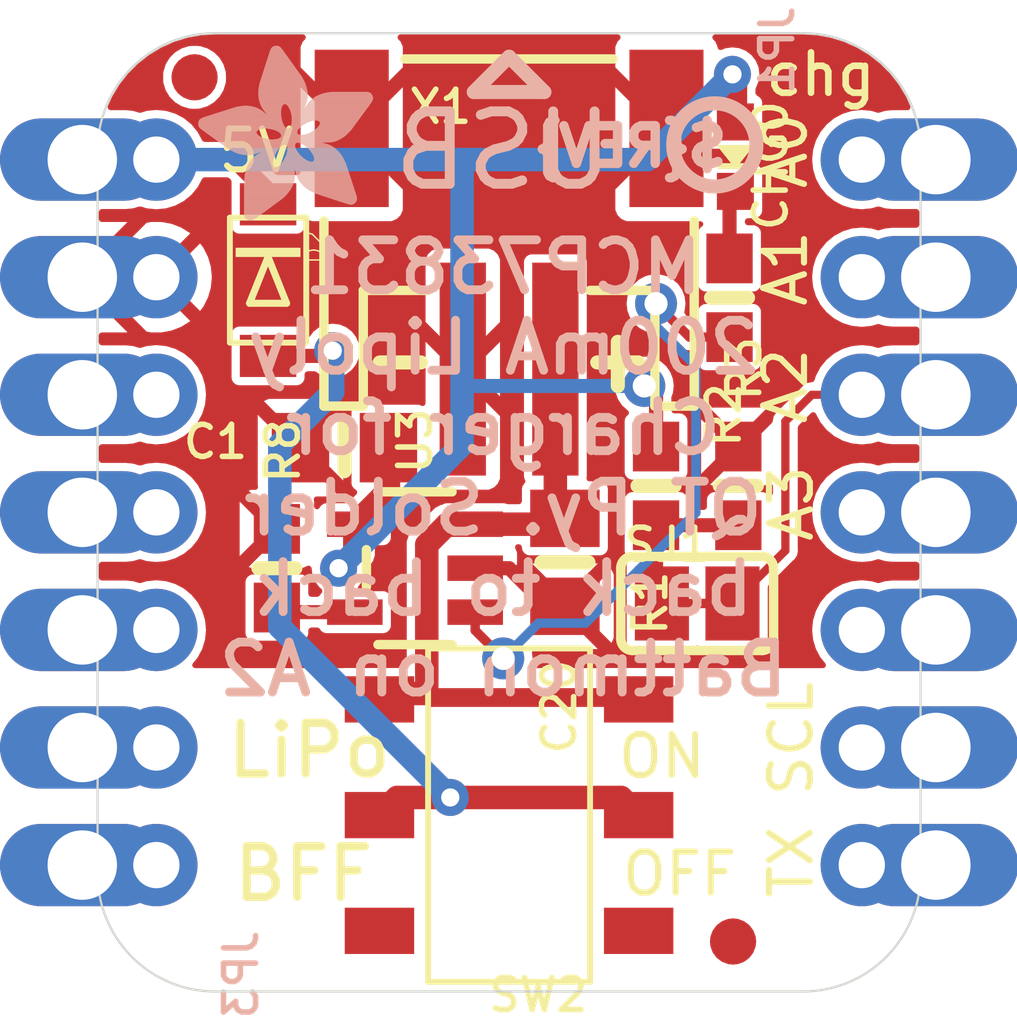
<source format=kicad_pcb>
(kicad_pcb (version 20221018) (generator pcbnew)
  (layers (0 "F.Cu" signal) (1 "In1.Cu" signal) (2 "In2.Cu" signal) (3 "In3.Cu" signal) (4 "In4.Cu" signal) (5 "In5.Cu" signal) (6 "In6.Cu" signal) (7 "In7.Cu" signal) (8 "In8.Cu" signal) (9 "In9.Cu" signal) (10 "In10.Cu" signal) (11 "In11.Cu" signal) (12 "In12.Cu" signal) (13 "In13.Cu" signal) (14 "In14.Cu" signal) (31 "B.Cu" signal) (34 "B.Paste" user) (35 "F.Paste" user) (36 "B.SilkS" user "B.Silkscreen") (37 "F.SilkS" user "F.Silkscreen") (38 "B.Mask" user) (39 "F.Mask" user) (44 "Edge.Cuts" user))
  (net 0 "")
  (net 1 "GND")
  (net 2 "+5V")
  (net 3 "VBAT")
  (net 4 "N$2")
  (net 5 "N$3")
  (net 6 "N$4")
  (net 7 "N$7")
  (net 8 "N$1")
  (net 9 "A2")
  (footprint "working:0603-NO" (layer "F.Cu") (at 153.2636 100.3681 -90)
    (fp_text reference "R2" (at 1.778 0.127 90) (layer "F.SilkS") (effects (font (size 0.692831 0.692831) (thickness 0.119969)) (justify right)))
    (fp_text value "5.1K")
    (pad "1" smd rect (at -0.85 0 270) (size 1.075 1) (layers "F.Cu" "F.Paste" "F.Mask") (net 4 "N$2"))
    (pad "2" smd rect (at 0.85 0 270) (size 1.075 1) (layers "F.Cu" "F.Paste" "F.Mask") (net 5 "N$3"))
  )
  (footprint "working:0603-NO" (layer "F.Cu") (at 151.6761 104.4321 -90)
    (fp_text reference "R1" (at 1.778 0.127 90) (layer "F.SilkS") (effects (font (size 0.692831 0.692831) (thickness 0.119969)) (justify right)))
    (fp_text value "100K")
    (pad "1" smd rect (at -0.85 0 270) (size 1.075 1) (layers "F.Cu" "F.Paste" "F.Mask") (net 2 "+5V"))
    (pad "2" smd rect (at 0.85 0 270) (size 1.075 1) (layers "F.Cu" "F.Paste" "F.Mask") (net 8 "N$1"))
  )
  (footprint "working:CHIPLED_0603_NOOUTLINE" (layer "F.Cu") (at 153.3906 97.3201 180)
    (fp_text reference "CHG0" (at -0.762 1.27 90) (layer "F.SilkS") (effects (font (size 0.692831 0.692831) (thickness 0.119969)) (justify right)))
    (fp_text value "ORANGE")
    (pad "A" smd rect (at 0 0.75 180) (size 0.8 0.8) (layers "F.Cu" "F.Paste" "F.Mask") (net 2 "+5V"))
    (pad "C" smd rect (at 0 -0.75 180) (size 0.8 0.8) (layers "F.Cu" "F.Paste" "F.Mask") (net 4 "N$2"))
  )
  (footprint "working:FIDUCIAL_1MM" (layer "F.Cu") (at 141.7066 95.6056)
    (fp_text reference "U$8" hide)
    (fp_text value "FIDUCIAL_1MM" hide)
    (pad "1" smd roundrect (at 0 0) (size 1 1) (layers "F.Cu" "F.Mask") (roundrect_rratio 0.5))
  )
  (footprint "working:JSTPH2_BATT" (layer "F.Cu") (at 148.5011 98.2091)
    (fp_text reference "X1" (at -2.2225 -1.9685) (layer "F.SilkS") (effects (font (size 0.692831 0.692831) (thickness 0.119969)) (justify left)))
    (fp_text value "JSTPH")
    (pad "1" smd rect (at -1 3.7) (size 1 4.6) (layers "F.Cu" "F.Paste" "F.Mask") (net 1 "GND"))
    (pad "2" smd rect (at 1 3.7) (size 1 4.6) (layers "F.Cu" "F.Paste" "F.Mask") (net 3 "VBAT"))
    (pad "NC1" smd rect (at -3.4 -1.5 90) (size 3.4 1.6) (layers "F.Cu" "F.Paste" "F.Mask") (net 1 "GND"))
    (pad "NC2" smd rect (at 3.4 -1.5 90) (size 3.4 1.6) (layers "F.Cu" "F.Paste" "F.Mask") (net 1 "GND"))
  )
  (footprint "working:0805-NO" (layer "F.Cu") (at 149.7076 106.0831 -90)
    (fp_text reference "C20" (at 2.032 0.127 90) (layer "F.SilkS") (effects (font (size 0.692831 0.692831) (thickness 0.119969)) (justify right)))
    (fp_text value "10µF")
    (pad "1" smd rect (at -0.95 0 270) (size 1.24 1.5) (layers "F.Cu" "F.Paste" "F.Mask") (net 3 "VBAT"))
    (pad "2" smd rect (at 0.95 0 270) (size 1.24 1.5) (layers "F.Cu" "F.Paste" "F.Mask") (net 1 "GND"))
  )
  (footprint "working:EG1390" (layer "F.Cu") (at 148.5011 111.5441 90)
    (fp_text reference "SW2" (at -3.886 1.764) (layer "F.SilkS") (effects (font (size 0.692831 0.692831) (thickness 0.119969)) (justify right)))
    (fp_text value "")
    (pad "" np_thru_hole circle (at -1.5 0 90) (size 1 1) (drill 1) (layers "*.Cu" "*.Mask"))
    (pad "" np_thru_hole circle (at 1.5 0 90) (size 1 1) (drill 1) (layers "*.Cu" "*.Mask"))
    (pad "O1" smd rect (at -2.5 -2.8 90) (size 1 1.5) (layers "F.Cu" "F.Paste" "F.Mask"))
    (pad "O2" smd rect (at -2.5 2.8 90) (size 1 1.5) (layers "F.Cu" "F.Paste" "F.Mask"))
    (pad "P1" smd rect (at 0 -2.8 90) (size 1 1.5) (layers "F.Cu" "F.Paste" "F.Mask") (net 7 "N$7"))
    (pad "P2" smd rect (at 0 2.8 90) (size 1 1.5) (layers "F.Cu" "F.Paste" "F.Mask") (net 7 "N$7"))
    (pad "S1" smd rect (at 2.5 -2.8 90) (size 1 1.5) (layers "F.Cu" "F.Paste" "F.Mask") (net 3 "VBAT"))
    (pad "S2" smd rect (at 2.5 2.8 90) (size 1 1.5) (layers "F.Cu" "F.Paste" "F.Mask") (net 3 "VBAT"))
  )
  (footprint "working:SOT23-5" (layer "F.Cu") (at 146.4691 106.2101 90)
    (fp_text reference "U3" (at 1.978 0 90) (layer "F.SilkS") (effects (font (size 0.692831 0.692831) (thickness 0.119969)) (justify left)))
    (fp_text value "MCP73831T-2ACI/OT")
    (pad "1" smd rect (at -0.95 1.3001 90) (size 0.55 1.2) (layers "F.Cu" "F.Paste" "F.Mask") (net 5 "N$3"))
    (pad "2" smd rect (at 0 1.3001 90) (size 0.55 1.2) (layers "F.Cu" "F.Paste" "F.Mask") (net 1 "GND"))
    (pad "3" smd rect (at 0.95 1.3001 90) (size 0.55 1.2) (layers "F.Cu" "F.Paste" "F.Mask") (net 3 "VBAT"))
    (pad "4" smd rect (at 0.95 -1.3001 90) (size 0.55 1.2) (layers "F.Cu" "F.Paste" "F.Mask") (net 2 "+5V"))
    (pad "5" smd rect (at -0.95 -1.3001 90) (size 0.55 1.2) (layers "F.Cu" "F.Paste" "F.Mask") (net 6 "N$4"))
  )
  (footprint "working:0603-NO" (layer "F.Cu") (at 153.4541 104.4321 90)
    (fp_text reference "R3" (at 1.778 0.127 90) (layer "F.SilkS") (effects (font (size 0.692831 0.692831) (thickness 0.119969)) (justify left)))
    (fp_text value "100K")
    (pad "1" smd rect (at -0.85 0 90) (size 1.075 1) (layers "F.Cu" "F.Paste" "F.Mask") (net 8 "N$1"))
    (pad "2" smd rect (at 0.85 0 90) (size 1.075 1) (layers "F.Cu" "F.Paste" "F.Mask") (net 1 "GND"))
  )
  (footprint "working:SOD-123FL" (layer "F.Cu") (at 143.2941 99.9871 -90)
    (fp_text reference "D2" (at -1.1 -1 90) (layer "F.SilkS") (effects (font (size 0.376489 0.376489) (thickness 0.029911)) (justify right)))
    (fp_text value "MBR120")
    (pad "A" smd rect (at 1.6375 0 270) (size 0.91 1.22) (layers "F.Cu" "F.Paste" "F.Mask") (net 7 "N$7"))
    (pad "C" smd rect (at -1.6375 0 270) (size 0.91 1.22) (layers "F.Cu" "F.Paste" "F.Mask") (net 2 "+5V"))
  )
  (footprint "working:0603-NO" (layer "F.Cu") (at 143.4846 106.2101 90)
    (fp_text reference "R8" (at 1.778 0.127 90) (layer "F.SilkS") (effects (font (size 0.692831 0.692831) (thickness 0.119969)) (justify left)))
    (fp_text value "5.1K")
    (pad "1" smd rect (at -0.85 0 90) (size 1.075 1) (layers "F.Cu" "F.Paste" "F.Mask") (net 6 "N$4"))
    (pad "2" smd rect (at 0.85 0 90) (size 1.075 1) (layers "F.Cu" "F.Paste" "F.Mask") (net 1 "GND"))
  )
  (footprint "working:0805-NO" (layer "F.Cu") (at 144.9451 103.6066 180)
    (fp_text reference "C1" (at 2.032 0.127) (layer "F.SilkS") (effects (font (size 0.692831 0.692831) (thickness 0.119969)) (justify right)))
    (fp_text value "10µF")
    (pad "1" smd rect (at -0.95 0 180) (size 1.24 1.5) (layers "F.Cu" "F.Paste" "F.Mask") (net 2 "+5V"))
    (pad "2" smd rect (at 0.95 0 180) (size 1.24 1.5) (layers "F.Cu" "F.Paste" "F.Mask") (net 1 "GND"))
  )
  (footprint "working:SOLDERJUMPER_CLOSEDWIRE" (layer "F.Cu") (at 152.5651 106.9721)
    (fp_text reference "SJ1" (at -1.651 -1.27) (layer "F.SilkS") (effects (font (size 0.692831 0.692831) (thickness 0.119969)) (justify left)))
    (fp_text value "")
    (pad "1" smd rect (at -0.762 0) (size 1.1684 1.6002) (layers "F.Cu") (net 8 "N$1"))
    (pad "2" smd rect (at 0.762 0) (size 1.1684 1.6002) (layers "F.Cu") (net 9 "A2"))
    (pad "WIRE" smd rect (at 0 0 180) (size 0.635 0.2032) (layers "F.Cu"))
  )
  (footprint "working:FIDUCIAL_1MM" (layer "F.Cu") (at 153.3398 114.2746)
    (fp_text reference "U$6" hide)
    (fp_text value "FIDUCIAL_1MM" hide)
    (pad "1" smd roundrect (at 0 0) (size 1 1) (layers "F.Cu" "F.Mask") (roundrect_rratio 0.5))
  )
  (footprint "working:PCBFEAT-REV-040" (layer "B.Cu") (at 152.9461 97.0661 180)
    (fp_text reference "U$3" hide)
    (fp_text value "" hide)
    (fp_text user "${REV}" (at -0.3556 -0.508) (layer "B.SilkS") (effects (font (size 0.8128 0.8128) (thickness 0.2032)) (justify left bottom mirror)))
  )
  (footprint "working:ADAFRUIT_3.5MM" (layer "B.Cu") (at 145.5801 98.7171 180)
    (fp_text reference "U$2" hide)
    (fp_text value "" hide)
  )
  (footprint "working:1X07_CASTEL" (layer "B.Cu") (at 156.1211 105.0036 -90)
    (fp_text reference "JP1" (at -8.9662 1.8288 -270) (layer "B.SilkS") (effects (font (size 0.692831 0.692831) (thickness 0.119969)) (justify right mirror)))
    (fp_text value "")
    (pad "1" thru_hole circle (at -7.62 0 180) (size 1.778 1.778) (drill 1) (layers "*.Cu" "*.Mask"))
    (pad "1C" thru_hole oval (at -7.62 -1.6 180) (size 3.556 1.778) (drill 1.5) (layers "*.Cu" "*.Mask"))
    (pad "2" thru_hole circle (at -5.08 0 180) (size 1.778 1.778) (drill 1) (layers "*.Cu" "*.Mask"))
    (pad "2C" thru_hole oval (at -5.08 -1.6 180) (size 3.556 1.778) (drill 1.5) (layers "*.Cu" "*.Mask"))
    (pad "3" thru_hole circle (at -2.54 0 180) (size 1.778 1.778) (drill 1) (layers "*.Cu" "*.Mask") (net 9 "A2"))
    (pad "3C" thru_hole oval (at -2.54 -1.6 180) (size 3.556 1.778) (drill 1.5) (layers "*.Cu" "*.Mask") (net 9 "A2"))
    (pad "4" thru_hole circle (at 0 0 180) (size 1.778 1.778) (drill 1) (layers "*.Cu" "*.Mask"))
    (pad "4C" thru_hole oval (at 0 -1.6 180) (size 3.556 1.778) (drill 1.5) (layers "*.Cu" "*.Mask"))
    (pad "5" thru_hole circle (at 2.54 0 180) (size 1.778 1.778) (drill 1) (layers "*.Cu" "*.Mask"))
    (pad "5C" thru_hole oval (at 2.54 -1.6 180) (size 3.556 1.778) (drill 1.5) (layers "*.Cu" "*.Mask"))
    (pad "6" thru_hole circle (at 5.08 0 180) (size 1.778 1.778) (drill 1) (layers "*.Cu" "*.Mask"))
    (pad "6C" thru_hole oval (at 5.08 -1.6 180) (size 3.556 1.778) (drill 1.5) (layers "*.Cu" "*.Mask"))
    (pad "7" thru_hole circle (at 7.62 0 180) (size 1.778 1.778) (drill 1) (layers "*.Cu" "*.Mask"))
    (pad "7C" thru_hole oval (at 7.62 -1.6 180) (size 3.556 1.778) (drill 1.5) (layers "*.Cu" "*.Mask"))
  )
  (footprint "working:1X07_CASTEL" (layer "B.Cu") (at 140.8811 105.0036 90)
    (fp_text reference "JP3" (at -8.9662 1.8288 90) (layer "B.SilkS") (effects (font (size 0.692831 0.692831) (thickness 0.119969)) (justify left mirror)))
    (fp_text value "")
    (pad "1" thru_hole circle (at -7.62 0) (size 1.778 1.778) (drill 1) (layers "*.Cu" "*.Mask"))
    (pad "1C" thru_hole oval (at -7.62 -1.6) (size 3.556 1.778) (drill 1.5) (layers "*.Cu" "*.Mask"))
    (pad "2" thru_hole circle (at -5.08 0) (size 1.778 1.778) (drill 1) (layers "*.Cu" "*.Mask"))
    (pad "2C" thru_hole oval (at -5.08 -1.6) (size 3.556 1.778) (drill 1.5) (layers "*.Cu" "*.Mask"))
    (pad "3" thru_hole circle (at -2.54 0) (size 1.778 1.778) (drill 1) (layers "*.Cu" "*.Mask"))
    (pad "3C" thru_hole oval (at -2.54 -1.6) (size 3.556 1.778) (drill 1.5) (layers "*.Cu" "*.Mask"))
    (pad "4" thru_hole circle (at 0 0) (size 1.778 1.778) (drill 1) (layers "*.Cu" "*.Mask"))
    (pad "4C" thru_hole oval (at 0 -1.6) (size 3.556 1.778) (drill 1.5) (layers "*.Cu" "*.Mask"))
    (pad "5" thru_hole circle (at 2.54 0) (size 1.778 1.778) (drill 1) (layers "*.Cu" "*.Mask"))
    (pad "5C" thru_hole oval (at 2.54 -1.6) (size 3.556 1.778) (drill 1.5) (layers "*.Cu" "*.Mask"))
    (pad "6" thru_hole circle (at 5.08 0) (size 1.778 1.778) (drill 1) (layers "*.Cu" "*.Mask") (net 1 "GND"))
    (pad "6C" thru_hole oval (at 5.08 -1.6) (size 3.556 1.778) (drill 1.5) (layers "*.Cu" "*.Mask") (net 1 "GND"))
    (pad "7" thru_hole circle (at 7.62 0) (size 1.778 1.778) (drill 1) (layers "*.Cu" "*.Mask") (net 2 "+5V"))
    (pad "7C" thru_hole oval (at 7.62 -1.6) (size 3.556 1.778) (drill 1.5) (layers "*.Cu" "*.Mask") (net 2 "+5V"))
  )
  (gr_line (start 148.5011 95.1611) (end 149.2631 95.9231) (stroke (width 0.3048)) (layer "B.SilkS"))
  (gr_line (start 149.2631 95.9231) (end 147.7391 95.9231) (stroke (width 0.3048)) (layer "B.SilkS"))
  (gr_line (start 147.7391 95.9231) (end 148.5011 95.1611) (stroke (width 0.3048)) (layer "B.SilkS"))
  (gr_line (start 142.1511 94.6531) (end 154.8511 94.6531) (stroke (width 0.05)) (layer "Edge.Cuts"))
  (gr_arc (start 154.8511 94.6531) (mid 156.647151 95.397049) (end 157.3911 97.1931) (stroke (width 0.05)) (layer "Edge.Cuts"))
  (gr_line (start 154.8511 115.3541) (end 142.1511 115.3541) (stroke (width 0.05)) (layer "Edge.Cuts"))
  (gr_line (start 139.6111 112.8141) (end 139.6111 97.1931) (stroke (width 0.05)) (layer "Edge.Cuts"))
  (gr_line (start 157.3911 97.1931) (end 157.3911 112.8141) (stroke (width 0.05)) (layer "Edge.Cuts"))
  (gr_arc (start 139.6111 97.1931) (mid 140.355049 95.397049) (end 142.1511 94.6531) (stroke (width 0.05)) (layer "Edge.Cuts"))
  (gr_arc (start 142.1511 115.3541) (mid 140.355049 114.610151) (end 139.6111 112.8141) (stroke (width 0.05)) (layer "Edge.Cuts"))
  (gr_arc (start 157.3911 112.8141) (mid 156.647151 114.610151) (end 154.8511 115.3541) (stroke (width 0.05)) (layer "Edge.Cuts"))
  (gr_text "MCP73831\n200mA Lipoly\nCharger for\nQT Py. Solder\nback to back\nBattmon on A2" (at 148.3741 104.0511) (layer "B.SilkS") (effects (font (size 1.0795 1.0795) (thickness 0.1905)) (justify mirror)))
  (gr_text "USB" (at 148.3741 97.1931) (layer "B.SilkS") (effects (font (size 1.56464 1.56464) (thickness 0.21336)) (justify mirror)))
  (gr_text "5V" (at 143.0401 97.1931) (layer "F.SilkS") (effects (font (size 0.88392 0.88392) (thickness 0.13208))))
  (gr_text "BFF" (at 144.0561 112.8141) (layer "F.SilkS") (effects (font (size 1.0922 1.0922) (thickness 0.1778))))
  (gr_text "A3" (at 154.5971 104.8131 90) (layer "F.SilkS") (effects (font (size 0.88392 0.88392) (thickness 0.13208))))
  (gr_text "SCL" (at 154.5971 109.8931 90) (layer "F.SilkS") (effects (font (size 0.88392 0.88392) (thickness 0.13208))))
  (gr_text "A2" (at 154.4701 102.2731 90) (layer "F.SilkS") (effects (font (size 0.88392 0.88392) (thickness 0.13208))))
  (gr_text "OFF" (at 152.1841 112.8141) (layer "F.SilkS") (effects (font (size 0.88392 0.88392) (thickness 0.13208))))
  (gr_text "A1" (at 154.4701 99.7331 90) (layer "F.SilkS") (effects (font (size 0.88392 0.88392) (thickness 0.13208))))
  (gr_text "LiPo" (at 144.1831 110.1471) (layer "F.SilkS") (effects (font (size 1.0922 1.0922) (thickness 0.1778))))
  (gr_text "chg" (at 155.2321 95.5421) (layer "F.SilkS") (effects (font (size 0.87376 0.87376) (thickness 0.14224))))
  (gr_text "A0" (at 154.4701 97.1931 90) (layer "F.SilkS") (effects (font (size 0.88392 0.88392) (thickness 0.13208))))
  (gr_text "TX" (at 154.5971 112.5601 90) (layer "F.SilkS") (effects (font (size 0.88392 0.88392) (thickness 0.13208))))
  (gr_text "ON" (at 151.8031 110.2741) (layer "F.SilkS") (effects (font (size 0.88392 0.88392) (thickness 0.13208))))
  (segment (start 151.9011 96.7091) (end 152.008625 96.7091) (width 0.3048) (layer "F.Cu") (net 1))
  (segment (start 147.7692 106.2101) (end 148.5011 106.2101) (width 0.3048) (layer "F.Cu") (net 1))
  (segment (start 149.3241 107.0331) (end 149.7076 107.0331) (width 0.3048) (layer "F.Cu") (net 1))
  (segment (start 139.2811 99.9236) (end 140.8811 99.9236) (width 0.4064) (layer "F.Cu") (net 1))
  (segment (start 152.599825 97.3003) (end 154.3431 97.3003) (width 0.3048) (layer "F.Cu") (net 1))
  (segment (start 152.008625 96.7091) (end 152.599825 97.3003) (width 0.3048) (layer "F.Cu") (net 1))
  (segment (start 148.5011 106.2101) (end 149.3241 107.0331) (width 0.3048) (layer "F.Cu") (net 1))
  (segment (start 140.8811 97.3836) (end 142.5956 97.3836) (width 0.4064) (layer "F.Cu") (net 2))
  (segment (start 144.8181 106.2101) (end 145.169 105.8592) (width 0.508) (layer "F.Cu") (net 2))
  (segment (start 151.4221 102.2731) (end 151.5101 102.2731) (width 0.3048) (layer "F.Cu") (net 2))
  (segment (start 145.169 105.2601) (end 145.169 105.8592) (width 0.508) (layer "F.Cu") (net 2))
  (segment (start 143.2941 98.0821) (end 143.2941 98.3496) (width 0.4064) (layer "F.Cu") (net 2))
  (segment (start 151.6761 102.4391) (end 151.5101 102.2731) (width 0.3048) (layer "F.Cu") (net 2))
  (segment (start 151.6761 103.5821) (end 151.6761 102.4391) (width 0.3048) (layer "F.Cu") (net 2))
  (segment (start 153.3906 96.5701) (end 153.3906 95.6056) (width 0.508) (layer "F.Cu") (net 2))
  (segment (start 139.2811 97.3836) (end 140.8811 97.3836) (width 0.4064) (layer "F.Cu") (net 2))
  (segment (start 145.8951 103.6066) (end 145.8951 104.534) (width 0.508) (layer "F.Cu") (net 2))
  (segment (start 145.169 105.2601) (end 145.8951 104.534) (width 0.508) (layer "F.Cu") (net 2))
  (segment (start 142.5956 97.3836) (end 143.2941 98.0821) (width 0.4064) (layer "F.Cu") (net 2))
  (segment (start 153.3271 95.5421) (end 153.3906 95.6056) (width 0.508) (layer "F.Cu") (net 2))
  (via (at 144.8181 106.2101) (size 0.8001) (drill 0.3937) (layers "F.Cu" "B.Cu") (net 2))
  (via (at 153.3271 95.5421) (size 0.8001) (drill 0.3937) (layers "F.Cu" "B.Cu") (net 2))
  (via (at 151.4221 102.2731) (size 0.9064) (drill 0.5) (layers "F.Cu" "B.Cu") (net 2))
  (segment (start 147.4851 102.2731) (end 147.4851 97.5106) (width 0.508) (layer "B.Cu") (net 2))
  (segment (start 147.4851 103.5431) (end 147.4851 102.2731) (width 0.508) (layer "B.Cu") (net 2))
  (segment (start 151.4856 97.3836) (end 147.6121 97.3836) (width 0.508) (layer "B.Cu") (net 2))
  (segment (start 144.8181 106.2101) (end 147.4851 103.5431) (width 0.508) (layer "B.Cu") (net 2))
  (segment (start 147.4851 97.5106) (end 147.6121 97.3836) (width 0.3048) (layer "B.Cu") (net 2))
  (segment (start 140.8811 97.3836) (end 147.6121 97.3836) (width 0.508) (layer "B.Cu") (net 2))
  (segment (start 151.4221 102.2731) (end 147.4851 102.2731) (width 0.3048) (layer "B.Cu") (net 2))
  (segment (start 151.4856 97.3836) (end 153.3271 95.5421) (width 0.508) (layer "B.Cu") (net 2))
  (segment (start 146.3421 108.9171) (end 146.2151 108.9171) (width 0.508) (layer "F.Cu") (net 3))
  (segment (start 146.7231 108.9171) (end 146.8101 109.0041) (width 0.4064) (layer "F.Cu") (net 3))
  (segment (start 146.7231 105.7021) (end 146.7231 108.9171) (width 0.508) (layer "F.Cu") (net 3))
  (segment (start 149.5806 105.2601) (end 147.7692 105.2601) (width 0.508) (layer "F.Cu") (net 3))
  (segment (start 147.7692 105.2601) (end 147.1651 105.2601) (width 0.508) (layer "F.Cu") (net 3))
  (segment (start 146.0881 109.0441) (end 146.2151 108.9171) (width 0.508) (layer "F.Cu") (net 3))
  (segment (start 151.2611 109.0041) (end 151.3011 109.0441) (width 0.4064) (layer "F.Cu") (net 3))
  (segment (start 149.5011 101.9091) (end 149.5011 104.9266) (width 0.508) (layer "F.Cu") (net 3))
  (segment (start 149.5011 104.9266) (end 149.7076 105.1331) (width 0.3048) (layer "F.Cu") (net 3))
  (segment (start 146.8101 109.0041) (end 151.2611 109.0041) (width 0.4064) (layer "F.Cu") (net 3))
  (segment (start 147.1651 105.2601) (end 146.7231 105.7021) (width 0.508) (layer "F.Cu") (net 3))
  (segment (start 145.7011 109.0441) (end 146.0881 109.0441) (width 0.508) (layer "F.Cu") (net 3))
  (segment (start 146.7231 108.9171) (end 146.3421 108.9171) (width 0.508) (layer "F.Cu") (net 3))
  (segment (start 149.5806 105.2601) (end 149.7076 105.1331) (width 0.508) (layer "F.Cu") (net 3))
  (segment (start 153.2636 98.1971) (end 153.2636 99.5181) (width 0.3048) (layer "F.Cu") (net 4))
  (segment (start 153.3906 98.0701) (end 153.2636 98.1971) (width 0.3048) (layer "F.Cu") (net 4))
  (segment (start 147.7692 107.5542) (end 148.3741 108.1591) (width 0.2032) (layer "F.Cu") (net 5))
  (segment (start 153.2636 101.2181) (end 152.3991 101.2181) (width 0.2032) (layer "F.Cu") (net 5))
  (segment (start 147.7692 107.1601) (end 147.7692 107.5542) (width 0.2032) (layer "F.Cu") (net 5))
  (segment (start 152.3991 101.2181) (end 151.6761 100.4951) (width 0.2032) (layer "F.Cu") (net 5))
  (via (at 148.3741 108.1591) (size 0.9064) (drill 0.5) (layers "F.Cu" "B.Cu") (net 5))
  (via (at 151.6761 100.4951) (size 0.9064) (drill 0.5) (layers "F.Cu" "B.Cu") (net 5))
  (segment (start 151.6761 100.4951) (end 151.6761 100.983044) (width 0.2032) (layer "B.Cu") (net 5))
  (segment (start 151.6761 100.983044) (end 152.5357 101.842644) (width 0.2032) (layer "B.Cu") (net 5))
  (segment (start 150.1521 107.3971) (end 149.1361 107.3971) (width 0.2032) (layer "B.Cu") (net 5))
  (segment (start 152.5357 101.842644) (end 152.5357 105.0135) (width 0.2032) (layer "B.Cu") (net 5))
  (segment (start 152.5357 105.0135) (end 150.1521 107.3971) (width 0.2032) (layer "B.Cu") (net 5))
  (segment (start 149.1361 107.3971) (end 148.3741 108.1591) (width 0.2032) (layer "B.Cu") (net 5))
  (segment (start 143.5846 107.1601) (end 143.4846 107.0601) (width 0.3048) (layer "F.Cu") (net 6))
  (segment (start 145.169 107.1601) (end 143.5846 107.1601) (width 0.3048) (layer "F.Cu") (net 6))
  (segment (start 146.0821 111.1631) (end 147.2311 111.1631) (width 0.508) (layer "F.Cu") (net 7))
  (segment (start 147.2311 111.1631) (end 150.9201 111.1631) (width 0.508) (layer "F.Cu") (net 7))
  (segment (start 144.5776 101.6246) (end 144.6911 101.5111) (width 0.3048) (layer "F.Cu") (net 7))
  (segment (start 145.7011 111.5441) (end 146.0821 111.1631) (width 0.508) (layer "F.Cu") (net 7))
  (segment (start 143.2941 101.6246) (end 144.5776 101.6246) (width 0.3048) (layer "F.Cu") (net 7))
  (segment (start 150.9201 111.1631) (end 151.3011 111.5441) (width 0.508) (layer "F.Cu") (net 7))
  (via (at 147.2311 111.1631) (size 0.8001) (drill 0.3937) (layers "F.Cu" "B.Cu") (net 7))
  (via (at 144.6911 101.5111) (size 0.8001) (drill 0.3937) (layers "F.Cu" "B.Cu") (net 7))
  (segment (start 144.6911 102.4001) (end 143.5481 103.5431) (width 0.508) (layer "B.Cu") (net 7))
  (segment (start 143.5481 107.4801) (end 143.5481 103.5431) (width 0.508) (layer "B.Cu") (net 7))
  (segment (start 144.6911 102.4001) (end 144.6911 101.5111) (width 0.508) (layer "B.Cu") (net 7))
  (segment (start 147.2311 111.1631) (end 143.5481 107.4801) (width 0.508) (layer "B.Cu") (net 7))
  (segment (start 153.4541 105.2821) (end 151.6761 105.2821) (width 0.3048) (layer "F.Cu") (net 8))
  (segment (start 151.6761 105.2821) (end 151.6761 106.8451) (width 0.3048) (layer "F.Cu") (net 8))
  (segment (start 151.6761 106.8451) (end 151.8031 106.9721) (width 0.3048) (layer "F.Cu") (net 8))
  (segment (start 154.4701 105.8291) (end 153.3271 106.9721) (width 0.1778) (layer "F.Cu") (net 9))
  (segment (start 155.0416 102.4636) (end 154.4701 103.0351) (width 0.1778) (layer "F.Cu") (net 9))
  (segment (start 157.7211 102.4636) (end 155.9941 102.4636) (width 0.4064) (layer "F.Cu") (net 9))
  (segment (start 157.7211 102.4636) (end 156.1211 102.4636) (width 0.4064) (layer "F.Cu") (net 9))
  (segment (start 154.4701 103.0351) (end 154.4701 105.8291) (width 0.1778) (layer "F.Cu") (net 9))
  (segment (start 155.9941 102.4636) (end 155.0416 102.4636) (width 0.1778) (layer "F.Cu") (net 9))
  (zone (net 1) (net_name "GND") (layer "F.Cu") (priority 6) (connect_pads (clearance 0.000001)) (min_thickness 0.127) (fill yes (thermal_gap 0.304) (thermal_bridge_width 0.304))
    (polygon (pts (xy 157.5181 108.3691) (xy 139.4841 108.3691) (xy 139.4841 94.5261) (xy 157.5181 94.5261)))
  )
)
</source>
